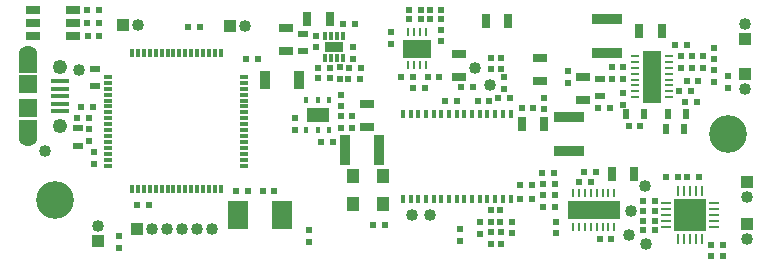
<source format=gts>
G04 (created by PCBNEW (2013-may-18)-stable) date Wed 07 May 2014 10:09:02 PM EDT*
%MOIN*%
G04 Gerber Fmt 3.4, Leading zero omitted, Abs format*
%FSLAX34Y34*%
G01*
G70*
G90*
G04 APERTURE LIST*
%ADD10C,0.00590551*%
%ADD11C,0.125984*%
%ADD12R,0.011811X0.0314961*%
%ADD13C,0.0492*%
%ADD14R,0.063X0.0591*%
%ADD15R,0.0591X0.0157*%
%ADD16C,0.063*%
%ADD17R,0.0314961X0.011811*%
%ADD18C,0.04*%
%ADD19R,0.04X0.04*%
%ADD20R,0.0255906X0.00984252*%
%ADD21R,0.0649606X0.173228*%
%ADD22R,0.00984252X0.0255906*%
%ADD23R,0.173228X0.0649606*%
%ADD24R,0.00984252X0.0275591*%
%ADD25R,0.0925197X0.0629921*%
%ADD26R,0.019685X0.023622*%
%ADD27R,0.023622X0.019685*%
%ADD28R,0.0354331X0.023622*%
%ADD29R,0.0275591X0.0511811*%
%ADD30R,0.0511811X0.0275591*%
%ADD31R,0.0354331X0.0629921*%
%ADD32R,0.102362X0.0354331*%
%ADD33R,0.0354331X0.102362*%
%ADD34R,0.0137795X0.019685*%
%ADD35R,0.0755905X0.0472441*%
%ADD36R,0.0334646X0.0110236*%
%ADD37R,0.0110236X0.0334646*%
%ADD38R,0.106299X0.106299*%
%ADD39R,0.0669291X0.0944882*%
%ADD40R,0.0165354X0.0251968*%
%ADD41R,0.0629921X0.0354331*%
%ADD42R,0.023622X0.0354331*%
%ADD43R,0.0433071X0.0472441*%
G04 APERTURE END LIST*
G54D10*
G54D11*
X83858Y-32952D03*
G54D12*
X76597Y-32272D03*
X76341Y-32272D03*
X75829Y-32272D03*
X76085Y-32272D03*
X75061Y-32272D03*
X74806Y-32272D03*
X75317Y-32272D03*
X75573Y-32272D03*
X73526Y-32272D03*
X73270Y-32272D03*
X73014Y-32272D03*
X74038Y-32272D03*
X73782Y-32272D03*
X74294Y-32272D03*
X74550Y-32272D03*
X74550Y-35107D03*
X74294Y-35107D03*
X73782Y-35107D03*
X74038Y-35107D03*
X73014Y-35107D03*
X73270Y-35107D03*
X73526Y-35107D03*
X75573Y-35107D03*
X75317Y-35107D03*
X74806Y-35107D03*
X75061Y-35107D03*
X76085Y-35107D03*
X75829Y-35107D03*
X76341Y-35107D03*
X76597Y-35107D03*
G54D13*
X61571Y-32666D03*
G54D14*
X60508Y-32764D03*
X60508Y-30599D03*
X60508Y-32075D03*
G54D15*
X61587Y-31182D03*
X61587Y-31432D03*
X61587Y-31682D03*
X61587Y-31932D03*
X61587Y-32182D03*
G54D16*
X60508Y-33060D03*
X60508Y-30304D03*
G54D14*
X60508Y-31288D03*
G54D13*
X61571Y-30698D03*
G54D12*
X65558Y-34783D03*
X65755Y-34783D03*
X66148Y-34783D03*
X65952Y-34783D03*
X66739Y-34783D03*
X66936Y-34783D03*
X66542Y-34783D03*
X66345Y-34783D03*
X64771Y-34783D03*
X64967Y-34783D03*
X65361Y-34783D03*
X65164Y-34783D03*
X64377Y-34783D03*
X64574Y-34783D03*
X64180Y-34783D03*
X63983Y-34783D03*
X63983Y-30256D03*
X64180Y-30256D03*
X64574Y-30256D03*
X64377Y-30256D03*
X65164Y-30256D03*
X65361Y-30256D03*
X64967Y-30256D03*
X64771Y-30256D03*
X66345Y-30256D03*
X66542Y-30256D03*
X66936Y-30256D03*
X66739Y-30256D03*
X65952Y-30256D03*
X66148Y-30256D03*
X65755Y-30256D03*
X65558Y-30256D03*
G54D17*
X67723Y-31043D03*
X67723Y-31240D03*
X67723Y-31634D03*
X67723Y-31437D03*
X67723Y-32224D03*
X67723Y-32421D03*
X67723Y-32027D03*
X67723Y-31831D03*
X67723Y-33405D03*
X67723Y-33602D03*
X67723Y-33996D03*
X67723Y-33799D03*
X67723Y-33012D03*
X67723Y-33208D03*
X67723Y-32815D03*
X67723Y-32618D03*
X63196Y-32618D03*
X63196Y-32815D03*
X63196Y-33208D03*
X63196Y-33012D03*
X63196Y-33799D03*
X63196Y-33996D03*
X63196Y-33602D03*
X63196Y-33405D03*
X63196Y-31831D03*
X63196Y-32027D03*
X63196Y-32421D03*
X63196Y-32224D03*
X63196Y-31437D03*
X63196Y-31634D03*
X63196Y-31240D03*
X63196Y-31043D03*
G54D18*
X84399Y-31435D03*
G54D19*
X84399Y-30935D03*
G54D18*
X62860Y-36010D03*
G54D19*
X62860Y-36510D03*
G54D18*
X64195Y-29325D03*
G54D19*
X63695Y-29325D03*
G54D18*
X84494Y-36442D03*
G54D19*
X84494Y-35942D03*
G54D18*
X84494Y-35062D03*
G54D19*
X84494Y-34562D03*
G54D18*
X84427Y-29269D03*
G54D19*
X84427Y-29769D03*
G54D18*
X67760Y-29340D03*
G54D19*
X67260Y-29340D03*
G54D18*
X66650Y-36120D03*
X66150Y-36120D03*
X65150Y-36120D03*
X65650Y-36120D03*
X64650Y-36120D03*
G54D19*
X64150Y-36120D03*
G54D20*
X80750Y-30342D03*
X81891Y-30342D03*
X81891Y-30735D03*
X81891Y-30538D03*
X80750Y-31129D03*
X80750Y-30932D03*
X80750Y-30735D03*
X80750Y-30538D03*
X81891Y-30932D03*
X81891Y-31129D03*
X81891Y-31523D03*
X81891Y-31326D03*
X81891Y-31719D03*
X80750Y-31326D03*
X80750Y-31523D03*
X80750Y-31719D03*
G54D21*
X81321Y-31031D03*
G54D22*
X80059Y-34918D03*
X80059Y-36059D03*
X79666Y-36059D03*
X79863Y-36059D03*
X79272Y-34918D03*
X79469Y-34918D03*
X79666Y-34918D03*
X79863Y-34918D03*
X79469Y-36059D03*
X79272Y-36059D03*
X78878Y-36059D03*
X79075Y-36059D03*
X78682Y-36059D03*
X79075Y-34918D03*
X78878Y-34918D03*
X78682Y-34918D03*
G54D23*
X79371Y-35489D03*
G54D24*
X73185Y-30658D03*
X73382Y-30658D03*
X73776Y-30658D03*
X73579Y-30658D03*
X73579Y-29555D03*
X73776Y-29555D03*
X73382Y-29555D03*
G54D25*
X73481Y-30107D03*
G54D24*
X73185Y-29555D03*
G54D26*
X64549Y-35301D03*
X64156Y-35301D03*
X67775Y-30429D03*
X68169Y-30429D03*
G54D27*
X62704Y-33543D03*
X62704Y-33936D03*
G54D26*
X68333Y-34853D03*
X68726Y-34853D03*
X67837Y-34860D03*
X67444Y-34860D03*
G54D27*
X62550Y-32779D03*
X62550Y-33172D03*
X63543Y-36736D03*
X63543Y-36342D03*
X80337Y-31570D03*
X80337Y-31963D03*
G54D26*
X62890Y-29691D03*
X62497Y-29691D03*
X80536Y-32685D03*
X80929Y-32685D03*
X82226Y-31503D03*
X82619Y-31503D03*
X62887Y-29262D03*
X62494Y-29262D03*
X73900Y-29128D03*
X74293Y-29128D03*
G54D27*
X76388Y-31450D03*
X76388Y-31057D03*
G54D26*
X76175Y-31762D03*
X76568Y-31762D03*
G54D27*
X77710Y-32124D03*
X77710Y-31730D03*
G54D26*
X72955Y-31044D03*
X73348Y-31044D03*
X73353Y-31402D03*
X73746Y-31402D03*
G54D27*
X82638Y-30337D03*
X82638Y-30730D03*
X82266Y-30733D03*
X82266Y-30340D03*
X72630Y-29946D03*
X72630Y-29552D03*
G54D26*
X82861Y-31187D03*
X82468Y-31187D03*
G54D27*
X78498Y-31248D03*
X78498Y-30855D03*
G54D26*
X74811Y-31842D03*
X74418Y-31842D03*
G54D27*
X83000Y-30337D03*
X83000Y-30730D03*
G54D26*
X79504Y-32093D03*
X79897Y-32093D03*
X82082Y-29980D03*
X82476Y-29980D03*
X73213Y-28803D03*
X73606Y-28803D03*
X73900Y-28803D03*
X74293Y-28803D03*
X75501Y-31852D03*
X75894Y-31852D03*
G54D27*
X76280Y-30790D03*
X76280Y-30397D03*
X75932Y-30792D03*
X75932Y-30399D03*
G54D26*
X73216Y-29128D03*
X73609Y-29128D03*
G54D27*
X74921Y-36119D03*
X74921Y-36512D03*
G54D26*
X74949Y-31388D03*
X75342Y-31388D03*
X76965Y-32081D03*
X77358Y-32081D03*
G54D27*
X79987Y-30721D03*
X79987Y-31114D03*
G54D26*
X79440Y-34228D03*
X79047Y-34228D03*
X78078Y-34988D03*
X77685Y-34988D03*
X77318Y-35116D03*
X76925Y-35116D03*
X78082Y-35370D03*
X77689Y-35370D03*
X78877Y-34534D03*
X79270Y-34534D03*
G54D27*
X76294Y-36606D03*
X76294Y-36213D03*
X76260Y-35882D03*
X76260Y-35489D03*
X76632Y-36262D03*
X76632Y-35869D03*
X78098Y-36256D03*
X78098Y-35863D03*
X75936Y-36610D03*
X75936Y-36217D03*
X75934Y-35888D03*
X75934Y-35495D03*
X70937Y-31629D03*
X70937Y-32023D03*
G54D26*
X79570Y-36444D03*
X79963Y-36444D03*
X83684Y-37016D03*
X83291Y-37016D03*
X83680Y-36652D03*
X83287Y-36652D03*
X81404Y-35166D03*
X81011Y-35166D03*
X81400Y-35512D03*
X81007Y-35512D03*
X81410Y-35846D03*
X81017Y-35846D03*
X81414Y-36146D03*
X81021Y-36146D03*
X82886Y-34382D03*
X82493Y-34382D03*
X81783Y-34382D03*
X82176Y-34382D03*
X82420Y-31866D03*
X82813Y-31866D03*
G54D27*
X75567Y-36277D03*
X75567Y-35884D03*
X69873Y-36541D03*
X69873Y-36148D03*
X83364Y-31198D03*
X83364Y-30805D03*
X74274Y-29857D03*
X74274Y-29464D03*
X70128Y-29669D03*
X70128Y-30062D03*
G54D26*
X73831Y-31038D03*
X74224Y-31038D03*
G54D27*
X70937Y-32346D03*
X70937Y-32740D03*
G54D26*
X70280Y-33200D03*
X70673Y-33200D03*
G54D27*
X71307Y-32346D03*
X71307Y-32740D03*
G54D26*
X62548Y-32404D03*
X62155Y-32404D03*
X62686Y-32050D03*
X62293Y-32050D03*
X78050Y-34238D03*
X77657Y-34238D03*
X71028Y-29267D03*
X71421Y-29267D03*
G54D27*
X70912Y-31108D03*
X70912Y-30715D03*
G54D26*
X71221Y-30734D03*
X71614Y-30734D03*
G54D27*
X71346Y-30430D03*
X71346Y-30037D03*
G54D26*
X70568Y-30736D03*
X70175Y-30736D03*
X70568Y-31078D03*
X70175Y-31078D03*
X71193Y-31098D03*
X71586Y-31098D03*
G54D27*
X69400Y-32815D03*
X69400Y-32422D03*
G54D26*
X65855Y-29365D03*
X66248Y-29365D03*
X78064Y-34622D03*
X77671Y-34622D03*
X77322Y-34630D03*
X76929Y-34630D03*
G54D27*
X83835Y-31399D03*
X83835Y-31006D03*
G54D28*
X62175Y-32758D03*
X62175Y-33349D03*
X69678Y-29602D03*
X69678Y-30193D03*
X62734Y-31361D03*
X62734Y-30770D03*
G54D29*
X80713Y-34272D03*
X79964Y-34272D03*
X69829Y-29116D03*
X70578Y-29116D03*
G54D30*
X71803Y-31952D03*
X71803Y-32700D03*
X69102Y-29425D03*
X69102Y-30174D03*
G54D29*
X76980Y-32625D03*
X77729Y-32625D03*
X80889Y-29496D03*
X81637Y-29496D03*
X75764Y-29176D03*
X76513Y-29176D03*
G54D30*
X79009Y-31048D03*
X79009Y-31797D03*
X74868Y-30288D03*
X74868Y-31037D03*
G54D31*
X69550Y-31158D03*
X68409Y-31158D03*
G54D32*
X79800Y-29109D03*
X79800Y-30250D03*
G54D33*
X71074Y-33476D03*
X72216Y-33476D03*
G54D32*
X78540Y-32369D03*
X78540Y-33510D03*
G54D34*
X69795Y-32820D03*
X70170Y-32820D03*
X70544Y-32820D03*
G54D35*
X70170Y-32309D03*
G54D34*
X70544Y-31797D03*
X70170Y-31797D03*
X69795Y-31797D03*
G54D18*
X75928Y-31298D03*
X75426Y-30759D03*
X62205Y-30816D03*
X73317Y-35649D03*
X73926Y-35658D03*
X61089Y-33509D03*
X81081Y-34682D03*
X80618Y-35501D03*
X80535Y-36323D03*
X81102Y-36624D03*
G54D36*
X83367Y-35248D03*
X83367Y-35445D03*
X83367Y-35838D03*
X83367Y-35642D03*
X83367Y-36035D03*
G54D37*
X82973Y-34854D03*
X82580Y-34854D03*
X82776Y-34854D03*
X82383Y-34854D03*
X82186Y-34854D03*
X82186Y-36429D03*
X82383Y-36429D03*
X82776Y-36429D03*
X82580Y-36429D03*
X82973Y-36429D03*
G54D36*
X81792Y-36035D03*
X81792Y-35642D03*
X81792Y-35838D03*
X81792Y-35445D03*
X81792Y-35248D03*
G54D38*
X82580Y-35642D03*
G54D39*
X67511Y-35640D03*
X68968Y-35640D03*
G54D30*
X77565Y-30420D03*
X77565Y-31169D03*
G54D27*
X80339Y-30721D03*
X80339Y-31114D03*
G54D40*
X71021Y-30416D03*
X70804Y-30416D03*
X70430Y-30416D03*
X70627Y-30416D03*
X70627Y-29667D03*
X70430Y-29667D03*
X70824Y-29667D03*
G54D41*
X70726Y-30042D03*
G54D40*
X71021Y-29667D03*
G54D28*
X79596Y-31690D03*
X79596Y-31099D03*
G54D42*
X82387Y-32766D03*
X81796Y-32766D03*
X81049Y-32271D03*
X80458Y-32271D03*
X81858Y-32293D03*
X82449Y-32293D03*
G54D11*
X61417Y-35157D03*
G54D26*
X62887Y-28827D03*
X62494Y-28827D03*
G54D30*
X62002Y-29692D03*
X60683Y-29692D03*
X60683Y-29259D03*
X62002Y-29259D03*
X62002Y-28825D03*
X60683Y-28825D03*
G54D27*
X83381Y-30066D03*
X83381Y-30460D03*
G54D43*
X72342Y-35263D03*
X72342Y-34358D03*
X71342Y-34358D03*
X71342Y-35263D03*
G54D26*
X72027Y-35976D03*
X72421Y-35976D03*
M02*

</source>
